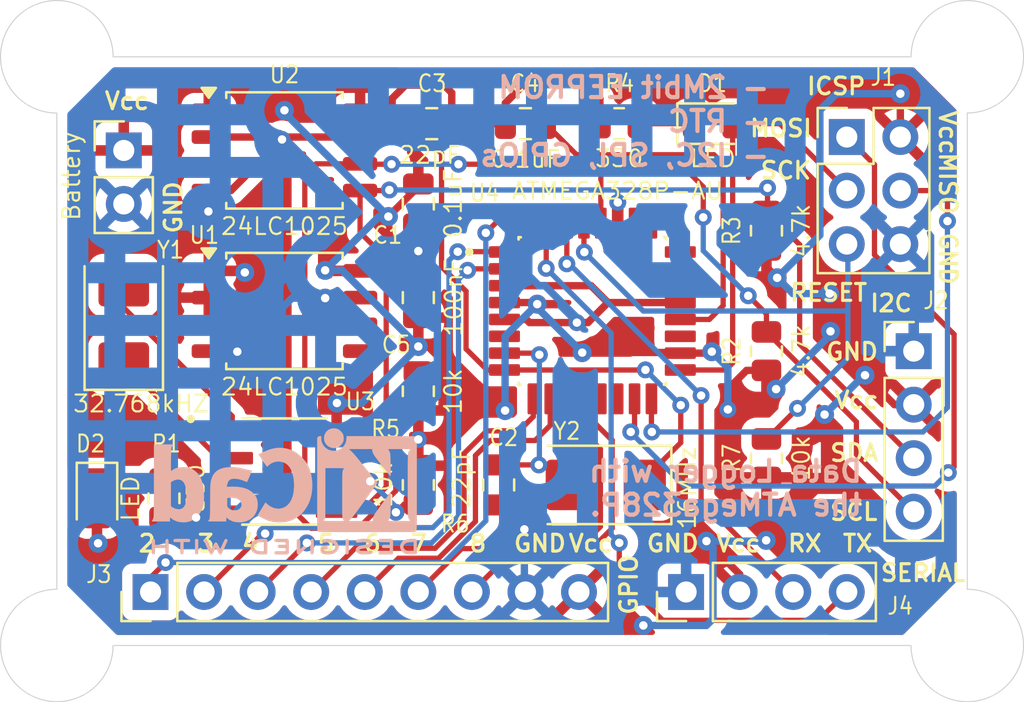
<source format=kicad_pcb>
(kicad_pcb (version 20241229) (generator "pcbnew") (generator_version "9.0")
  (title_block (title "${project_name}") (date "2025-11-03") (rev "1") (company "Mad Tech T") (comment 1 "2 Layer PCB"))
  (layers (0 "F.Cu" mixed) (2 "B.Cu" mixed) (13 "F.Paste" user) (15 "B.Paste" user) (5 "F.SilkS" user "F.Silkscreen") (7 "B.SilkS" user "B.Silkscreen") (1 "F.Mask" user) (3 "B.Mask" user) (25 "Edge.Cuts" user))
  (property "project_name" "MCU Datalogger with Memory and Clock")
  (net 0 "")
  (net 1 "/Vcc")
  (net 2 "GND")
  (net 3 "Net-(U4-PB6)")
  (net 4 "Net-(U4-PB7)")
  (net 5 "Net-(U4-AREF)")
  (net 6 "/SCK")
  (net 7 "Net-(D1-K)")
  (net 8 "Net-(D2-K)")
  (net 9 "/MISO")
  (net 10 "/MOSI")
  (net 11 "/RESET")
  (net 12 "/SDA")
  (net 13 "/SCL")
  (net 14 "/D3")
  (net 15 "/D2")
  (net 16 "/D4")
  (net 17 "/D7")
  (net 18 "/D5")
  (net 19 "/D8")
  (net 20 "/D6")
  (net 21 "/RX")
  (net 22 "/TX")
  (net 23 "Net-(U3-~{INTA})")
  (net 24 "Net-(U3-SQW{slash}~INT)")
  (net 25 "Net-(U3-X1)")
  (net 26 "Net-(U3-X2)")
  (footprint "Capacitor_SMD:C_0805_2012Metric" (layer "F.Cu") (at 125.73 80.01)
    (property "Reference" "C4")
    (property "Value" "0.1uF")
  )
  (footprint "MCU_Datalogger_Footprints:QFP80P900X900X120-32N" (layer "F.Cu") (at 128.905 88.9)
    (property "Reference" "U4")
    (property "Value" "ATMEGA328P-AU")
  )
  (footprint "Connector_PinHeader_2.54mm:PinHeader_1x04_P2.54mm_Vertical" (layer "F.Cu") (at 133.35 102.235 90)
    (property "Reference" "J4")
    (property "Value" "Conn_01x04_Pin" (hide yes))
  )
  (footprint "Connector_PinHeader_2.54mm:PinHeader_1x09_P2.54mm_Vertical" (layer "F.Cu") (at 107.95 102.235 90)
    (property "Reference" "J3")
    (property "Value" "Conn_01x09_Pin" (hide yes))
  )
  (footprint "Connector_PinHeader_2.54mm:PinHeader_1x04_P2.54mm_Vertical" (layer "F.Cu") (at 144.145 90.805)
    (property "Reference" "J2")
    (property "Value" "Conn_01x04_Pin" (hide yes))
  )
  (footprint "Resistor_SMD:R_0805_2012Metric" (layer "F.Cu") (at 130.175 80.01)
    (property "Reference" "R4")
    (property "Value" "330")
  )
  (footprint "LED_SMD:LED_0805_2012Metric" (layer "F.Cu") (at 105.41 97.79 -90)
    (property "Reference" "D2")
    (property "Value" "LED")
  )
  (footprint "Resistor_SMD:R_0805_2012Metric" (layer "F.Cu") (at 120.65 97.155 -90)
    (property "Reference" "R6")
    (property "Value" "10k")
  )
  (footprint "Resistor_SMD:R_0805_2012Metric" (layer "F.Cu") (at 137.16 95.885 90)
    (property "Reference" "R7")
    (property "Value" "10k")
  )
  (footprint "Connector_PinHeader_2.54mm:PinHeader_2x03_P2.54mm_Vertical" (layer "F.Cu") (at 140.97 80.645)
    (property "Reference" "J1")
    (property "Value" "Conn_02x03_Odd_Even" (hide yes))
  )
  (footprint "Connector_PinHeader_2.54mm:PinHeader_1x02_P2.54mm_Vertical" (layer "F.Cu") (at 106.68 81.28)
    (property "Reference" "BT1" (hide yes))
    (property "Value" "Battery")
  )
  (footprint "MountingHole:MountingHole_2.1mm" (layer "F.Cu") (at 146.685 104.775)
    (property "Reference" "H3" (hide yes))
    (property "Value" "MountingHole" (hide yes))
  )
  (footprint "MountingHole:MountingHole_2.1mm" (layer "F.Cu") (at 103.505 104.775)
    (property "Reference" "H4" (hide yes))
    (property "Value" "MountingHole" (hide yes))
  )
  (footprint "Capacitor_SMD:C_0805_2012Metric" (layer "F.Cu") (at 121.285 80.01 180)
    (property "Reference" "C3")
    (property "Value" "22pF")
  )
  (footprint "Resistor_SMD:R_0805_2012Metric" (layer "F.Cu") (at 108.585 97.79 -90)
    (property "Reference" "R1")
    (property "Value" "330")
  )
  (footprint "MCU_Datalogger_Footprints:SOIC127P600X175-8N" (layer "F.Cu") (at 114.3 96.52)
    (property "Reference" "U3")
    (property "Value" "DS1337S_" (hide yes))
  )
  (footprint "Capacitor_SMD:C_0805_2012Metric" (layer "F.Cu") (at 120.65 83.82 -90)
    (property "Reference" "C1")
    (property "Value" "0.1uF")
  )
  (footprint "Crystal:Crystal_SMD_5032-2Pin_5.0x3.2mm" (layer "F.Cu") (at 106.68 89.535 90)
    (property "Reference" "Y1")
    (property "Value" "32.768kHZ")
  )
  (footprint "LED_SMD:LED_0805_2012Metric" (layer "F.Cu") (at 134.62 80.01)
    (property "Reference" "D1")
    (property "Value" "LED")
  )
  (footprint "Capacitor_SMD:C_0805_2012Metric" (layer "F.Cu") (at 120.65 88.265 90)
    (property "Reference" "C5")
    (property "Value" "100nF")
  )
  (footprint "Package_SO:SOIC-8_5.3x5.3mm_P1.27mm" (layer "F.Cu") (at 114.3 81.28)
    (property "Reference" "U2")
    (property "Value" "24LC1025")
  )
  (footprint "Resistor_SMD:R_0805_2012Metric" (layer "F.Cu") (at 137.16 85.09 90)
    (property "Reference" "R3")
    (property "Value" "4.7k")
  )
  (footprint "MountingHole:MountingHole_2.1mm" (layer "F.Cu") (at 146.685 76.835)
    (property "Reference" "H2" (hide yes))
    (property "Value" "MountingHole" (hide yes))
  )
  (footprint "Resistor_SMD:R_0805_2012Metric" (layer "F.Cu") (at 120.65 92.71 90)
    (property "Reference" "R5")
    (property "Value" "10k")
  )
  (footprint "Package_SO:SOIC-8_5.3x5.3mm_P1.27mm" (layer "F.Cu") (at 114.3 88.9)
    (property "Reference" "U1")
    (property "Value" "24LC1025")
  )
  (footprint "Crystal:Crystal_SMD_5032-2Pin_5.0x3.2mm" (layer "F.Cu") (at 129.54 97.155 180)
    (property "Reference" "Y2")
    (property "Value" "16MHz")
  )
  (footprint "Resistor_SMD:R_0805_2012Metric" (layer "F.Cu") (at 137.16 90.805 90)
    (property "Reference" "R2")
    (property "Value" "4.7k")
  )
  (footprint "MountingHole:MountingHole_2.1mm" (layer "F.Cu") (at 103.505 76.835)
    (property "Reference" "H1" (hide yes))
    (property "Value" "MountingHole" (hide yes))
  )
  (footprint "Capacitor_SMD:C_0805_2012Metric" (layer "F.Cu") (at 124.46 97.155 90)
    (property "Reference" "C2")
    (property "Value" "22pF")
  )
  (footprint "Symbol:KiCad-Logo2_5mm_SilkScreen" (layer "B.Cu") (at 114.3 97.45 180)
    (property "Reference" "REF**" (hide yes))
    (property "Value" "KiCad-Logo2_5mm_SilkScreen" (hide yes))
  )
  (gr_arc (start 103.505 79.505022) (mid 101.617009 74.947009) (end 106.175022 76.835) (stroke (width 0.05)) (layer "Edge.Cuts"))
  (gr_arc (start 144.018 76.835) (mid 148.570854 74.949146) (end 146.685 79.502) (stroke (width 0.05)) (layer "Edge.Cuts"))
  (gr_line (start 146.685 102.108) (end 146.685 79.502) (stroke (width 0.05)) (layer "Edge.Cuts"))
  (gr_line (start 103.505 79.505022) (end 103.505 102.108) (stroke (width 0.05)) (layer "Edge.Cuts"))
  (gr_line (start 144.018 76.835) (end 106.172 76.835) (stroke (width 0.05)) (layer "Edge.Cuts"))
  (gr_line (start 106.172 104.775) (end 144.018 104.775) (stroke (width 0.05)) (layer "Edge.Cuts"))
  (gr_arc (start 106.172 104.775) (mid 101.619146 106.660854) (end 103.505 102.108) (stroke (width 0.05)) (layer "Edge.Cuts"))
  (gr_arc (start 146.685 102.108) (mid 148.570854 106.660854) (end 144.018 104.775) (stroke (width 0.05)) (layer "Edge.Cuts"))
  (gr_text "I2C" (at 142 89 0) (layer "F.SilkS") (effects (font (size 0.8 0.8) (thickness 0.15) (bold yes)) (justify left bottom)))
  (gr_text "SDA" (at 140.1 96.1 0) (layer "F.SilkS") (effects (font (size 0.8 0.8) (thickness 0.15) (bold yes)) (justify left bottom)))
  (gr_text "RX\n" (at 138.1 100.4 0) (layer "F.SilkS") (effects (font (size 0.8 0.8) (thickness 0.15) (bold yes)) (justify left bottom)))
  (gr_text "GND" (at 139.9 91.3 0) (layer "F.SilkS") (effects (font (size 0.8 0.8) (thickness 0.15) (bold yes)) (justify left bottom)))
  (gr_text "GND" (at 145.3 85.1 270) (layer "F.SilkS") (effects (font (size 0.8 0.8) (thickness 0.15) (bold yes)) (justify left bottom)))
  (gr_text "GND" (at 131.4 100.4 0) (layer "F.SilkS") (effects (font (size 0.8 0.8) (thickness 0.15) (bold yes)) (justify left bottom)))
  (gr_text "GPIO" (at 131.1 103.4 90) (layer "F.SilkS") (effects (font (size 0.8 0.8) (thickness 0.15) (bold yes)) (justify left bottom)))
  (gr_text "5" (at 115.8 100.4 0) (layer "F.SilkS") (effects (font (size 0.8 0.8) (thickness 0.15) (bold yes)) (justify left bottom)))
  (gr_text "GND" (at 109.5 85.3 90) (layer "F.SilkS") (effects (font (size 0.8 0.8) (thickness 0.15) (bold yes)) (justify left bottom)))
  (gr_text "SCK" (at 136.8 82.7 0) (layer "F.SilkS") (effects (font (size 0.8 0.8) (thickness 0.15) (bold yes)) (justify left bottom)))
  (gr_text "MISO" (at 145.3 81.3 270) (layer "F.SilkS") (effects (font (size 0.8 0.8) (thickness 0.15) (bold yes)) (justify left bottom)))
  (gr_text "8" (at 123 100.4 0) (layer "F.SilkS") (effects (font (size 0.8 0.8) (thickness 0.15) (bold yes)) (justify left bottom)))
  (gr_text "GND" (at 125.1 100.4 0) (layer "F.SilkS") (effects (font (size 0.8 0.8) (thickness 0.15) (bold yes)) (justify left bottom)))
  (gr_text "Vcc" (at 140.3 93.6 0) (layer "F.SilkS") (effects (font (size 0.8 0.8) (thickness 0.15) (bold yes)) (justify left bottom)))
  (gr_text "Vcc" (at 105.7 79.4 0) (layer "F.SilkS") (effects (font (size 0.8 0.8) (thickness 0.15) (bold yes)) (justify left bottom)))
  (gr_text "Vcc" (at 127.7 100.4 0) (layer "F.SilkS") (effects (font (size 0.8 0.8) (thickness 0.15) (bold yes)) (justify left bottom)))
  (gr_text "MOSI" (at 136.3 80.7 0) (layer "F.SilkS") (effects (font (size 0.8 0.8) (thickness 0.15) (bold yes)) (justify left bottom)))
  (gr_text "RESET" (at 138.2 88.5 0) (layer "F.SilkS") (effects (font (size 0.8 0.8) (thickness 0.15) (bold yes)) (justify left bottom)))
  (gr_text "3" (at 110.1 100.4 0) (layer "F.SilkS") (effects (font (size 0.8 0.8) (thickness 0.15) (bold yes)) (justify left bottom)))
  (gr_text "6" (at 118 100.4 0) (layer "F.SilkS") (effects (font (size 0.8 0.8) (thickness 0.15) (bold yes)) (justify left bottom)))
  (gr_text "TX" (at 140.7 100.4 0) (layer "F.SilkS") (effects (font (size 0.8 0.8) (thickness 0.15) (bold yes)) (justify left bottom)))
  (gr_text "7" (at 120.2 100.4 0) (layer "F.SilkS") (effects (font (size 0.8 0.8) (thickness 0.15) (bold yes)) (justify left bottom)))
  (gr_text "4" (at 112.2 100.4 0) (layer "F.SilkS") (effects (font (size 0.8 0.8) (thickness 0.15) (bold yes)) (justify left bottom)))
  (gr_text "SCL" (at 140.1 98.9 0) (layer "F.SilkS") (effects (font (size 0.8 0.8) (thickness 0.15) (bold yes)) (justify left bottom)))
  (gr_text "ICSP" (at 139 78.7 0) (layer "F.SilkS") (effects (font (size 0.8 0.8) (thickness 0.15) (bold yes)) (justify left bottom)))
  (gr_text "Vcc" (at 134.7 100.4 0) (layer "F.SilkS") (effects (font (size 0.8 0.8) (thickness 0.15) (bold yes)) (justify left bottom)))
  (gr_text "SERIAL" (at 142.5 101.8 0) (layer "F.SilkS") (effects (font (size 0.8 0.8) (thickness 0.15) (bold yes)) (justify left bottom)))
  (gr_text "2" (at 107.3 100.4 0) (layer "F.SilkS") (effects (font (size 0.8 0.8) (thickness 0.15) (bold yes)) (justify left bottom)))
  (gr_text "Vcc\n" (at 145.3 79.3 270) (layer "F.SilkS") (effects (font (size 0.8 0.8) (thickness 0.15) (bold yes)) (justify left bottom)))
  (gr_text "Data Logger with\nthe ATMega328P." (at 141.8 98.7 0) (layer "B.SilkS") (effects (font (size 1 1) (thickness 0.2) (bold yes)) (justify left bottom mirror)))
  (gr_text "- 2Mbit EEPROM\n- RTC\n- I2C, SPI, GPIOs" (at 137.4 82.1 0) (layer "B.SilkS") (effects (font (size 1 1) (thickness 0.2) (bold yes)) (justify left bottom mirror)))
  (segment (start 135.89 102.235) (end 135.89 101.3968) (width 0.35) (layer "F.Cu") (net 1))
  (segment (start 137.16 92.1512) (end 137.6172 92.6084) (width 0.35) (layer "F.Cu") (net 1))
  (segment (start 116.775 93.283) (end 116.7892 93.2688) (width 0.35) (layer "F.Cu") (net 1))
  (segment (start 123.8758 93.6225) (end 121.793 93.6225) (width 0.35) (layer "F.Cu") (net 1))
  (segment (start 134.4996 90.9) (end 134.5692 90.8304) (width 0.35) (layer "F.Cu") (net 1))
  (segment (start 140.1958 89.8652) (end 140.1958 88.1136) (width 0.35) (layer "F.Cu") (net 1))
  (segment (start 120.65 96.2425) (end 120.65 94.996) (width 0.35) (layer "F.Cu") (net 1))
  (segment (start 105.41 98.7275) (end 105.41 99.8728) (width 0.35) (layer "F.Cu") (net 1))
  (segment (start 124.0555 93.6225) (end 123.8758 93.6225) (width 0.35) (layer "F.Cu") (net 1))
  (segment (start 120.65 82.99779) (end 119.229227 84.418563) (width 0.35) (layer "F.Cu") (net 1))
  (segment (start 120.65 82.87) (end 120.65 82.99779) (width 0.35) (layer "F.Cu") (net 1))
  (segment (start 135.3312 93.5736) (end 135.3312 92.6084) (width 0.35) (layer "F.Cu") (net 1))
  (segment (start 126.2138 88.5) (end 126.2888 88.575) (width 0.35) (layer "F.Cu") (net 1))
  (segment (start 130.6068 90.868) (end 128.4294 90.868) (width 0.35) (layer "F.Cu") (net 1))
  (segment (start 139.916175 93.8154) (end 139.916175 97.015025) (width 0.35) (layer "F.Cu") (net 1))
  (segment (start 116.2558 86.995) (end 116.2304 86.9696) (width 0.35) (layer "F.Cu") (net 1))
  (segment (start 110.7125 86.995) (end 112.3442 86.995) (width 0.35) (layer "F.Cu") (net 1))
  (segment (start 124.7648 93.6244) (end 123.8777 93.6244) (width 0.35) (layer "F.Cu") (net 1))
  (segment (start 135.3312 96.266) (end 135.3312 93.5736) (width 0.35) (layer "F.Cu") (net 1))
  (segment (start 124.735 88.5) (end 126.2138 88.5) (width 0.35) (layer "F.Cu") (net 1))
  (segment (start 110.7125 89.535) (end 110.7125 88.265) (width 0.35) (layer "F.Cu") (net 1))
  (segment (start 130.401392 90.868) (end 130.394392 90.875) (width 0.35) (layer "F.Cu") (net 1))
  (segment (start 137.16 91.7175) (end 137.16 92.1512) (width 0.35) (layer "F.Cu") (net 1))
  (segment (start 139.916175 97.015025) (end 137.146464 99.784736) (width 0.35) (layer "F.Cu") (net 1))
  (segment (start 135.8627 96.7975) (end 135.3312 96.266) (width 0.35) (layer "F.Cu") (net 1))
  (segment (start 129.86 103.825) (end 131.321275 103.825) (width 0.35) (layer "F.Cu") (net 1))
  (segment (start 121.112936 90.585) (end 121.776 91.248064) (width 0.35) (layer "F.Cu") (net 1))
  (segment (start 110.7125 79.375) (end 114.3 79.375) (width 0.35) (layer "F.Cu") (net 1))
  (segment (start 128.4294 90.868) (end 128.4224 90.875) (width 0.35) (layer "F.Cu") (net 1))
  (segment (start 143.51 78.5876) (end 143.51 80.645) (width 0.35) (layer "F.Cu") (net 1))
  (segment (start 137.16 86.0025) (end 137.16 86.8172) (width 0.35) (layer "F.Cu") (net 1))
  (segment (start 121.776 93.6055) (end 121.793 93.6225) (width 0.35) (layer "F.Cu") (net 1))
  (segment (start 143.2306 93.345) (end 141.8336 91.948) (width 0.35) (layer "F.Cu") (net 1))
  (segment (start 135.3312 92.6084) (end 136.2221 91.7175) (width 0.35) (layer "F.Cu") (net 1))
  (segment (start 137.16 96.7975) (end 135.8627 96.7975) (width 0.35) (layer "F.Cu") (net 1))
  (segment (start 133.043 90.868) (end 130.6068 90.868) (width 0.35) (layer "F.Cu") (net 1))
  (segment (start 121.776 91.248064) (end 121.776 91.4654) (width 0.35) (layer "F.Cu") (net 1))
  (segment (start 110.7125 81.915) (end 109.4994 81.915) (width 0.35) (layer "F.Cu") (net 1))
  (segment (start 117.8875 86.995) (end 116.2558 86.995) (width 0.35) (layer "F.Cu") (net 1))
  (segment (start 116.775 94.615) (end 116.775 93.283) (width 0.35) (layer "F.Cu") (net 1))
  (segment (start 136.2221 91.7175) (end 137.16 91.7175) (width 0.35) (layer "F.Cu") (net 1))
  (segment (start 137.16 86.8172) (end 137.668 87.3252) (width 0.35) (layer "F.Cu") (net 1))
  (segment (start 114.3 79.375) (end 117.8875 79.375) (width 0.35) (layer "F.Cu") (net 1))
  (segment (start 109.22 81.6356) (end 109.22 79.6544) (width 0.35) (layer "F.Cu") (net 1))
  (segment (start 109.4994 81.915) (end 109.22 81.6356) (width 0.35) (layer "F.Cu") (net 1))
  (segment (start 120.65 90.585) (end 121.112936 90.585) (width 0.35) (layer "F.Cu") (net 1))
  (segment (start 120.65 94.996) (end 120.65 93.6225) (width 0.35) (layer "F.Cu") (net 1))
  (segment (start 121.776 91.248064) (end 121.776 93.6055) (width 0.35) (layer "F.Cu") (net 1))
  (segment (start 109.4994 79.375) (end 110.7125 79.375) (width 0.35) (layer "F.Cu") (net 1))
  (segment (start 140.1958 88.1136) (end 140.1572 88.075) (width 0.35) (layer "F.Cu") (net 1))
  (segment (start 110.7125 86.995) (end 110.7125 88.265) (width 0.35) (layer "F.Cu") (net 1))
  (segment (start 135.89 101.3968) (end 134.3152 99.822) (width 0.35) (layer "F.Cu") (net 1))
  (segment (start 130.6068 90.868) (end 130.401392 90.868) (width 0.35) (layer "F.Cu") (net 1))
  (segment (start 112.3442 86.995) (end 112.4204 87.0712) (width 0.35) (layer "F.Cu") (net 1))
  (segment (start 137.146464 96.811036) (end 137.16 96.7975) (width 0.35) (layer "F.Cu") (net 1))
  (segment (start 109.22 79.6544) (end 109.4994 79.375) (width 0.35) (layer "F.Cu") (net 1))
  (segment (start 144.145 93.345) (end 143.2306 93.345) (width 0.35) (layer "F.Cu") (net 1))
  (segment (start 105.41 99.8728) (end 105.4608 99.9236) (width 0.35) (layer "F.Cu") (net 1))
  (segment (start 133.075 90.9) (end 133.043 90.868) (width 0.35) (layer "F.Cu") (net 1))
  (segment (start 137.146464 99.784736) (end 137.146464 96.811036) (width 0.35) (layer "F.Cu") (net 1))
  (segment (start 121.793 93.6225) (end 120.65 93.6225) (width 0.35) (layer "F.Cu") (net 1))
  (segment (start 128.27 102.235) (end 129.86 103.825) (width 0.35) (layer "F.Cu") (net 1))
  (segment (start 133.075 90.9) (end 134.4996 90.9) (width 0.35) (layer "F.Cu") (net 1))
  (segment (start 123.8777 93.6244) (end 123.8758 93.6225) (width 0.35) (layer "F.Cu") (net 1))
  (via (at 140.1958 89.8652) (size 0.9) (drill 0.4) (layers "F.Cu" "B.Cu") (net 1))
  (via (at 119.229227 84.418563) (size 0.9) (drill 0.4) (layers "F.Cu" "B.Cu") (net 1))
  (via (at 128.4224 90.875) (size 0.9) (drill 0.4) (layers "F.Cu" "B.Cu") (net 1))
  (via (at 112.4204 87.0712) (size 0.9) (drill 0.4) (layers "F.Cu" "B.Cu") (net 1))
  (via (at 126.2888 88.575) (size 0.9) (drill 0.4) (layers "F.Cu" "B.Cu") (net 1))
  (via (at 134.3152 99.822) (size 0.9) (drill 0.4) (layers "F.Cu" "B.Cu") (net 1))
  (via (at 137.146464 99.784736) (size 0.9) (drill 0.4) (layers "F.Cu" "B.Cu") (net 1))
  (via (at 120.65 94.996) (size 0.8) (drill 0.4) (layers "F.Cu" "B.Cu") (net 1))
  (via (at 134.5692 90.8304) (size 0.9) (drill 0.4) (layers "F.Cu" "B.Cu") (net 1))
  (via (at 116.2304 86.9696) (size 0.9) (drill 0.4) (layers "F.Cu" "B.Cu") (net 1))
  (via (at 143.51 78.5876) (size 0.9) (drill 0.4) (layers "F.Cu" "B.Cu") (net 1))
  (via (at 105.4608 99.9236) (size 0.9) (drill 0.4) (layers "F.Cu" "B.Cu") (net 1))
  (via (at 141.8336 91.948) (size 0.9) (drill 0.4) (layers "F.Cu" "B.Cu") (net 1))
  (via (at 137.6172 92.6084) (size 0.9) (drill 0.4) (layers "F.Cu" "B.Cu") (net 1))
  (via (at 140.1572 88.075) (size 0.9) (drill 0.4) (layers "F.Cu" "B.Cu") (net 1))
  (via (at 131.321275 103.825) (size 0.9) (drill 0.4) (layers "F.Cu" "B.Cu") (net 1))
  (via (at 114.3 79.375) (size 0.9) (drill 0.4) (layers "F.Cu" "B.Cu") (net 1))
  (via (at 137.668 87.3252) (size 0.9) (drill 0.4) (layers "F.Cu" "B.Cu") (net 1))
  (via (at 139.916175 93.8154) (size 0.9) (drill 0.4) (layers "F.Cu" "B.Cu") (net 1))
  (via (at 135.3312 93.5736) (size 0.8) (drill 0.4) (layers "F.Cu" "B.Cu") (net 1))
  (via (at 116.7892 93.2688) (size 0.9) (drill 0.4) (layers "F.Cu" "B.Cu") (net 1))
  (via (at 120.65 90.585) (size 0.9) (drill 0.4) (layers "F.Cu" "B.Cu") (net 1))
  (via (at 124.7648 93.6244) (size 0.9) (drill 0.4) (layers "F.Cu" "B.Cu") (net 1))
  (segment (start 139.694 79.369) (end 140.4754 78.5876) (width 0.35) (layer "B.Cu") (net 1))
  (segment (start 126.2888 88.7414) (end 126.2888 88.575) (width 0.35) (layer "B.Cu") (net 1))
  (segment (start 124.7648 93.472) (end 124.7648 93.6244) (width 0.35) (layer "B.Cu") (net 1))
  (segment (start 139.694 85.2992) (end 139.694 79.369) (width 0.35) (layer "B.Cu") (net 1))
  (segment (start 141.783575 91.948) (end 139.916175 93.8154) (width 0.35) (layer "B.Cu") (net 1))
  (segment (start 119.229227 84.418563) (end 114.3 79.489336) (width 0.35) (layer "B.Cu") (net 1))
  (segment (start 140.4754 78.5876) (end 143.51 78.5876) (width 0.35) (layer "B.Cu") (net 1))
  (segment (start 124.7648 90.099) (end 126.2888 88.575) (width 0.35) (layer "B.Cu") (net 1))
  (segment (start 135.3312 91.5924) (end 135.3312 93.5736) (width 0.35) (layer "B.Cu") (net 1))
  (segment (start 124.7648 93.472) (end 124.7648 90.099) (width 0.35) (layer "B.Cu") (net 1))
  (segment (start 134.5692 90.8304) (end 135.3312 91.5924) (width 0.35) (layer "B.Cu") (net 1))
  (segment (start 140.1572 88.075) (end 138.4178 88.075) (width 0.35) (layer "B.Cu") (net 1))
  (segment (start 128.4224 90.875) (end 126.2888 88.7414) (width 0.35) (layer "B.Cu") (net 1))
  (segment (start 141.8336 91.948) (end 141.783575 91.948) (width 0.35) (layer "B.Cu") (net 1))
  (segment (start 118.781437 84.418563) (end 119.229227 84.418563) (width 0.35) (layer "B.Cu") (net 1))
  (segment (start 116.7892 93.2688) (end 117.9662 93.2688) (width 0.35) (layer "B.Cu") (net 1))
  (segment (start 116.2304 86.9696) (end 117.0346 86.9696) (width 0.35) (layer "B.Cu") (net 1))
  (segment (start 140.1958 90.0298) (end 140.1958 89.8652) (width 0.35) (layer "B.Cu") (net 1))
  (segment (start 114.3 79.489336) (end 114.3 79.375) (width 0.35) (layer "B.Cu") (net 1))
  (segment (start 137.6172 92.6084) (end 140.1958 90.0298) (width 0.35) (layer "B.Cu") (net 1))
  (segment (start 117.9662 93.2688) (end 120.65 90.585) (width 0.35) (layer "B.Cu") (net 1))
  (segment (start 134.626 100.1328) (end 134.3152 99.822) (width 0.35) (layer "B.Cu") (net 1))
  (segment (start 134.3152 99.822) (end 137.1092 99.822) (width 0.35) (layer "B.Cu") (net 1))
  (segment (start 137.668 87.3252) (end 139.694 85.2992) (width 0.35) (layer "B.Cu") (net 1))
  (segment (start 134.626 103.511) (end 134.626 100.1328) (width 0.35) (layer "B.Cu") (net 1))
  (segment (start 131.321275 103.825) (end 134.312 103.825) (width 0.35) (layer "B.Cu") (net 1))
  (segment (start 117.0346 86.9696) (end 120.65 90.585) (width 0.35) (layer "B.Cu") (net 1))
  (segment (start 138.4178 88.075) (end 137.668 87.3252) (width 0.35) (layer "B.Cu") (net 1))
  (segment (start 134.312 103.825) (end 134.626 103.511) (width 0.35) (layer "B.Cu") (net 1))
  (segment (start 116.2304 86.9696) (end 118.781437 84.418563) (width 0.35) (layer "B.Cu") (net 1))
  (segment (start 137.1092 99.822) (end 137.146464 99.784736) (width 0.35) (layer "B.Cu") (net 1))
  (segment (start 124.78 79.0296) (end 124.78 80.01) (width 0.35) (layer "F.Cu") (net 2))
  (segment (start 110.7125 84.1563) (end 110.6932 84.1756) (width 0.35) (layer "F.Cu") (net 2))
  (segment (start 129.2625 78.8181) (end 129.2625 80.01) (width 0.35) (layer "F.Cu") (net 2))
  (segment (start 128.6906 89.451) (end 128.7558 89.3858) (width 0.35) (layer "F.Cu") (net 2))
  (segment (start 122.235 80.01) (end 124.78 80.01) (width 0.35) (layer "F.Cu") (net 2))
  (segment (start 129.6416 88.5) (end 133.075 88.5) (width 0.35) (layer "F.Cu") (net 2))
  (segment (start 125.774948 89.3) (end 125.925948 89.451) (width 0.35) (layer "F.Cu") (net 2))
  (segment (start 117.8875 88.265) (end 116.2558 88.265) (width 0.35) (layer "F.Cu") (net 2))
  (segment (start 110.7125 83.185) (end 111.76 83.185) (width 0.35) (layer "F.Cu") (net 2))
  (segment (start 118.699999 80.645) (end 119.409 79.935999) (width 0.35) (layer "F.Cu") (net 2))
  (segment (start 116.2558 88.265) (end 116.2304 88.2904) (width 0.35) (layer "F.Cu") (net 2))
  (segment (start 128.8416 87.7) (end 129.6416 88.5) (width 0.35) (layer "F.Cu") (net 2))
  (segment (start 122.235 78.547) (end 122.235 80.01) (width 0.35) (layer "F.Cu") (net 2))
  (segment (start 109.855 98.7025) (end 110.109 98.7025) (width 0.35) (layer "F.Cu") (net 2))
  (segment (start 124.735 89.3) (end 125.774948 89.3) (width 0.35) (layer "F.Cu") (net 2))
  (segment (start 114.1857 80.7593) (end 114.3 80.645) (width 0.35) (layer "F.Cu") (net 2))
  (segment (start 124.521 98.105) (end 125.6792 99.2632) (width 0.35) (layer "F.Cu") (net 2))
  (segment (start 110.7125 80.645) (end 114.3 80.645) (width 0.35) (layer "F.Cu") (net 2))
  (segment (start 110.109 98.7025) (end 111.5475 98.7025) (width 0.35) (layer "F.Cu") (net 2))
  (segment (start 124.46 98.105) (end 124.521 98.105) (width 0.35) (layer "F.Cu") (net 2))
  (segment (start 119.409 79.935999) (end 119.409 78.8126) (width 0.35) (layer "F.Cu") (net 2))
  (segment (start 110.7125 83.185) (end 110.7125 84.1563) (width 0.35) (layer "F.Cu") (net 2))
  (segment (start 117.8875 80.645) (end 118.699999 80.645) (width 0.35) (layer "F.Cu") (net 2))
  (segment (start 128.1684 89.451) (end 128.6906 89.451) (width 0.35) (layer "F.Cu") (net 2))
  (segment (start 111.5475 98.7025) (end 111.825 98.425) (width 0.35) (layer "F.Cu") (net 2))
  (segment (start 128.7558 89.3858) (end 129.6416 88.5) (width 0.35) (layer "F.Cu") (net 2))
  (segment (start 111.76 83.185) (end 114.1857 80.7593) (width 0.35) (layer "F.Cu") (net 2))
  (segment (start 128.5748 78.1304) (end 129.2625 78.8181) (width 0.35) (layer "F.Cu") (net 2))
  (segment (start 110.7125 90.805) (end 112.0394 90.805) (width 0.35) (layer "F.Cu") (net 2))
  (segment (start 125.925948 89.451) (end 128.1684 89.451) (width 0.35) (layer "F.Cu") (net 2))
  (segment (start 119.409 78.8126) (end 120.0404 78.1812) (width 0.35) (layer "F.Cu") (net 2))
  (segment (start 125.6792 78.1304) (end 128.5748 78.1304) (width 0.35) (layer "F.Cu") (net 2))
  (segment (start 121.8692 78.1812) (end 122.235 78.547) (width 0.35) (layer "F.Cu") (net 2))
  (segment (start 120.0404 78.1812) (end 121.8692 78.1812) (width 0.35) (layer "F.Cu") (net 2))
  (segment (start 120.65 84.77) (end 120.65 86.0552) (width 0.35) (layer "F.Cu") (net 2))
  (segment (start 114.3 80.645) (end 117.8875 80.645) (width 0.35) (layer "F.Cu") (net 2))
  (segment (start 112.0394 90.805) (end 112.0648 90.8304) (width 0.35) (layer "F.Cu") (net 2))
  (segment (start 108.585 98.7025) (end 109.855 98.7025) (width 0.35) (layer "F.Cu") (net 2))
  (segment (start 125.6792 78.1304) (end 124.78 79.0296) (width 0.35) (layer "F.Cu") (net 2))
  (segment (start 120.65 87.315) (end 120.65 86.0552) (width 0.35) (layer "F.Cu") (net 2))
  (segment (start 124.735 87.7) (end 128.8416 87.7) (width 0.35) (layer "F.Cu") (net 2))
  (via (at 112.0648 90.8304) (size 0.9) (drill 0.4) (layers "F.Cu" "B.Cu") (net 2))
  (via (at 116.2304 88.2904) (size 0.9) (drill 0.4) (layers "F.Cu" "B.Cu") (net 2))
  (via (at 110.6932 84.1756) (size 0.9) (drill 0.4) (layers "F.Cu" "B.Cu") (net 2))
  (via (at 125.6792 99.2632) (size 0.9) (drill 0.4) (layers "F.Cu" "B.Cu") (net 2))
  (via (at 128.1684 89.451) (size 0.8) (drill 0.4) (layers "F.Cu" "B.Cu") (net 2))
  (via (at 120.65 86.0552) (size 0.9) (drill 0.4) (layers "F.Cu" "B.Cu") (net 2))
  (via (at 114.1857 80.7593) (size 0.8) (drill 0.4) (layers "F.Cu" "B.Cu") (net 2))
  (via (at 110.109 98.7025) (size 0.8) (drill 0.4) (layers "F.Cu" "B.Cu") (net 2))
  (segment (start 125.6792 99.2632) (end 125.6792 102.1842) (width 0.35) (layer "B.Cu") (net 2))
  (segment (start 115.316 95.1992) (end 119.2784 95.1992) (width 0.35) (layer "B.Cu") (net 2))
  (segment (start 125.889178 87.217141) (end 126.371037 87.699) (width 0.35) (layer "B.Cu") (net 2))
  (segment (start 120.65 86.0552) (end 122.3396 84.3656) (width 0.35) (layer "B.Cu") (net 2))
  (segment (start 126.651652 87.699) (end 128.1684 89.215748) (width 0.35) (layer "B.Cu") (net 2))
  (segment (start 116.2304 88.2904) (end 114.6556 88.2904) (width 0.35) (layer "B.Cu") (net 2))
  (segment (start 121.553 86.9582) (end 120.65 86.0552) (width 0.35) (layer "B.Cu") (net 2))
  (segment (start 114.1984 94.0816) (end 115.316 95.1992) (width 0.35) (layer "B.Cu") (net 2))
  (segment (start 128.1684 89.215748) (end 128.1684 89.451) (width 0.35) (layer "B.Cu") (net 2))
  (segment (start 114.1984 88.7476) (end 114.1984 94.0816) (width 0.35) (layer "B.Cu") (net 2))
  (segment (start 119.2784 95.1992) (end 121.553 92.9246) (width 0.35) (layer "B.Cu") (net 2))
  (segment (start 122.3396 84.3656) (end 124.192541 84.3656) (width 0.35) (layer "B.Cu") (net 2))
  (segment (start 125.889178 86.062237) (end 125.889178 87.217141) (width 0.35) (layer "B.Cu") (net 2))
  (segment (start 126.371037 87.699) (end 126.651652 87.699) (width 0.35) (layer "B.Cu") (net 2))
  (segment (start 121.553 92.9246) (end 121.553 86.9582) (width 0.35) (layer "B.Cu") (net 2))
  (segment (start 125.6792 102.1842) (end 125.73 102.235) (width 0.35) (layer "B.Cu") (net 2))
  (segment (start 114.6556 88.2904) (end 114.1984 88.7476) (width 0.35) (layer "B.Cu") (net 2))
  (segment (start 124.192541 84.3656) (end 125.889178 86.062237) (width 0.35) (layer "B.Cu") (net 2))
  (segment (start 126.1044 90.9) (end 126.3904 91.186) (width 0.25) (layer "F.Cu") (net 3))
  (segment (start 124.46 96.205) (end 126.365 96.205) (width 0.25) (layer "F.Cu") (net 3))
  (segment (start 126.365 96.205) (end 126.74 96.205) (width 0.25) (layer "F.Cu") (net 3))
  (segment (start 126.3904 91.186) (end 126.3904 90.975) (width 0.25) (layer "F.Cu") (net 3))
  (segment (start 124.735 90.9) (end 126.1044 90.9) (width 0.25) (layer "F.Cu") (net 3))
  (segment (start 126.74 96.205) (end 127.69 97.155) (width 0.25) (layer "F.Cu") (net 3))
  (via (at 126.3904 90.975) (size 0.8) (drill 0.4) (layers "F.Cu" "B.Cu") (net 3))
  (via (at 126.365 96.205) (size 0.8) (drill 0.4) (layers "F.Cu" "B.Cu") (net 3))
  (segment (start 126.3904 96.1796) (end 126.365 96.205) (width 0.25) (layer "B.Cu") (net 3))
  (segment (start 126.3904 90.975) (end 126.3904 96.1796) (width 0.25) (layer "B.Cu") (net 3))
  (segment (start 124.735 91.7) (end 131.4136 91.7) (width 0.25) (layer "F.Cu") (net 4))
  (segment (start 122.914116 87.963716) (end 122.914116 90.699884) (width 0.25) (layer "F.Cu") (net 4))
  (segment (start 133.096 95.1484) (end 131.39 96.8544) (width 0.25) (layer "F.Cu") (net 4))
  (segment (start 131.4136 91.7) (end 131.4196 91.694) (width 0.25) (layer "F.Cu") (net 4))
  (segment (start 123.914232 91.7) (end 124.735 91.7) (width 0.25) (layer "F.Cu") (net 4))
  (segment (start 120.335 80.01) (end 121.751 81.426) (width 0.25) (layer "F.Cu") (net 4))
  (segment (start 133.096 93.3704) (end 133.096 95.1484) (width 0.25) (layer "F.Cu") (net 4))
  (segment (start 122.914116 90.699884) (end 123.914232 91.7) (width 0.25) (layer "F.Cu") (net 4))
  (segment (start 121.751 81.426) (end 121.751 86.8006) (width 0.25) (layer "F.Cu") (net 4))
  (segment (start 131.39 96.8544) (end 131.39 97.155) (width 0.25) (layer "F.Cu") (net 4))
  (segment (start 121.751 86.8006) (end 122.914116 87.963716) (width 0.25) (layer "F.Cu") (net 4))
  (via (at 131.4196 91.694) (size 0.8) (drill 0.4) (layers "F.Cu" "B.Cu") (net 4))
  (via (at 133.096 93.3704) (size 0.8) (drill 0.4) (layers "F.Cu" "B.Cu") (net 4))
  (segment (start 133.096 93.3704) (end 131.4196 91.694) (width 0.25) (layer "B.Cu") (net 4))
  (segment (start 126.68 80.01) (end 128.1532 81.4832) (width 0.25) (layer "F.Cu") (net 5))
  (segment (start 134.4525 89.3) (end 133.075 89.3) (width 0.25) (layer "F.Cu") (net 5))
  (segment (start 128.1532 81.4832) (end 134.6708 81.4832) (width 0.25) (layer "F.Cu") (net 5))
  (segment (start 135.1065 88.646) (end 134.4525 89.3) (width 0.25) (layer "F.Cu") (net 5))
  (segment (start 135.1065 81.9189) (end 135.1065 88.646) (width 0.25) (layer "F.Cu") (net 5))
  (segment (start 134.6708 81.4832) (end 135.1065 81.9189) (width 0.25) (layer "F.Cu") (net 5))
  (segment (start 135.2236 91.7) (end 133.075 91.7) (width 0.25) (layer "F.Cu") (net 6))
  (segment (start 135.5575 80.01) (end 135.5575 91.3661) (width 0.25) (layer "F.Cu") (net 6))
  (segment (start 135.5575 91.3661) (end 135.2236 91.7) (width 0.25) (layer "F.Cu") (net 6))
  (segment (start 135.5575 80.01) (end 137.795 80.01) (width 0.25) (layer "F.Cu") (net 6))
  (segment (start 137.795 80.01) (end 140.97 83.185) (width 0.25) (layer "F.Cu") (net 6))
  (segment (start 131.0875 80.01) (end 133.6825 80.01) (width 0.25) (layer "F.Cu") (net 7))
  (segment (start 105.435 96.8775) (end 105.41 96.8525) (width 0.25) (layer "F.Cu") (net 8))
  (segment (start 108.585 96.8775) (end 105.435 96.8775) (width 0.25) (layer "F.Cu") (net 8))
  (segment (start 145.3134 83.185) (end 143.51 83.185) (width 0.25) (layer "F.Cu") (net 9))
  (segment (start 131.705 94.621) (end 131.7244 94.6404) (width 0.25) (layer "F.Cu") (net 9))
  (segment (start 145.7452 83.6168) (end 145.3134 83.185) (width 0.25) (layer "F.Cu") (net 9))
  (segment (start 131.705 93.07) (end 131.705 94.621) (width 0.25) (layer "F.Cu") (net 9))
  (segment (start 145.7452 84.6328) (end 145.7452 83.6168) (width 0.25) (layer "F.Cu") (net 9))
  (via (at 131.7244 94.6404) (size 0.8) (drill 0.4) (layers "F.Cu" "B.Cu") (net 9))
  (via (at 145.7452 84.6328) (size 0.8) (drill 0.4) (layers "F.Cu" "B.Cu") (net 9))
  (segment (start 131.7244 94.6404) (end 144.583426 94.6404) (width 0.25) (layer "B.Cu") (net 9))
  (segment (start 145.7452 93.478626) (end 145.7452 84.6328) (width 0.25) (layer "B.Cu") (net 9))
  (segment (start 144.583426 94.6404) (end 145.7452 93.478626) (width 0.25) (layer "B.Cu") (net 9))
  (segment (start 130.905 93.07) (end 130.905 94.459797) (width 0.25) (layer "F.Cu") (net 10))
  (segment (start 130.905 94.459797) (end 130.724397 94.6404) (width 0.25) (layer "F.Cu") (net 10))
  (segment (start 145.785 96.5708) (end 146.059 96.2968) (width 0.25) (layer "F.Cu") (net 10))
  (segment (start 146.059 96.2968) (end 146.059 90.007826) (width 0.25) (layer "F.Cu") (net 10))
  (segment (start 142.284 86.232826) (end 145.991 89.939826) (width 0.25) (layer "F.Cu") (net 10))
  (segment (start 140.97 80.645) (end 142.284 81.959) (width 0.25) (layer "F.Cu") (net 10))
  (segment (start 142.284 81.959) (end 142.284 86.232826) (width 0.25) (layer "F.Cu") (net 10))
  (segment (start 146.059 90.007826) (end 145.991 89.939826) (width 0.25) (layer "F.Cu") (net 10))
  (via (at 130.724397 94.6404) (size 0.8) (drill 0.4) (layers "F.Cu" "B.Cu") (net 10))
  (via (at 145.785 96.5708) (size 0.8) (drill 0.4) (layers "F.Cu" "B.Cu") (net 10))
  (segment (start 130.724397 94.6404) (end 130.724397 94.667117) (width 0.25) (layer "B.Cu") (net 10))
  (segment (start 144.61 97.207) (end 145.1488 97.207) (width 0.25) (layer "B.Cu") (net 10))
  (segment (start 133.26428 97.207) (end 144.61 97.207) (width 0.25) (layer "B.Cu") (net 10))
  (segment (start 130.724397 94.667117) (end 133.26428 97.207) (width 0.25) (layer "B.Cu") (net 10))
  (segment (start 145.1488 97.207) (end 145.785 96.5708) (width 0.25) (layer "B.Cu") (net 10))
  (segment (start 128.505 86.087) (end 128.524 86.106) (width 0.25) (layer "F.Cu") (net 11))
  (segment (start 137.16 94.9725) (end 137.1835 94.9725) (width 0.25) (layer "F.Cu") (net 11))
  (segment (start 128.505 84.73) (end 128.505 86.087) (width 0.25) (layer "F.Cu") (net 11))
  (segment (start 137.1835 94.9725) (end 138.6332 93.5228) (width 0.25) (layer "F.Cu") (net 11))
  (via (at 138.6332 93.5228) (size 0.8) (drill 0.4) (layers "F.Cu" "B.Cu") (net 11))
  (via (at 128.524 86.106) (size 0.8) (drill 0.4) (layers "F.Cu" "B.Cu") (net 11))
  (segment (start 131.318 88.9) (end 141.0208 88.9) (width 0.25) (layer "B.Cu") (net 11))
  (segment (start 141.0208 91.1352) (end 141.0208 88.9) (width 0.25) (layer "B.Cu") (net 11))
  (segment (start 128.524 86.106) (end 131.318 88.9) (width 0.25) (layer "B.Cu") (net 11))
  (segment (start 141.0208 88.9) (end 141.0208 86.4616) (width 0.25) (layer "B.Cu") (net 11))
  (segment (start 140.97 86.3092) (end 140.97 85.725) (width 0.25) (layer "B.Cu") (net 11))
  (segment (start 141.0716 86.4108) (end 140.97 86.3092) (width 0.25) (layer "B.Cu") (net 11))
  (segment (start 141.0208 86.4616) (end 141.0716 86.4108) (width 0.25) (layer "B.Cu") (net 11))
  (segment (start 138.6332 93.5228) (end 141.0208 91.1352) (width 0.25) (layer "B.Cu") (net 11))
  (segment (start 116.775 98.425) (end 117.95479 98.425) (width 0.25) (layer "F.Cu") (net 12))
  (segment (start 119.126 96.961036) (end 119.123 96.958036) (width 0.25) (layer "F.Cu") (net 12))
  (segment (start 117.8875 85.1723) (end 119.126 86.4108) (width 0.25) (layer "F.Cu") (net 12))
  (segment (start 130.105 84.73) (end 130.105 83.750543) (width 0.25) (layer "F.Cu") (net 12))
  (segment (start 117.8875 90.805) (end 119.126 90.805) (width 0.25) (layer "F.Cu") (net 12))
  (segment (start 119.126 90.805) (end 119.126 86.4108) (width 0.25) (layer "F.Cu") (net 12))
  (segment (start 137.2108 83.058) (end 137.2108 84.1267) (width 0.25) (layer "F.Cu") (net 12))
  (segment (start 138.7348 90.4748) (end 144.145 95.885) (width 0.25) (layer "F.Cu") (net 12))
  (segment (start 119.246528 83.185) (end 119.275107 83.156421) (width 0.25) (layer "F.Cu") (net 12))
  (segment (start 119.123 96.958036) (end 119.123 95.526964) (width 0.25) (layer "F.Cu") (net 12))
  (segment (start 138.7348 85.7523) (end 138.7348 90.4748) (width 0.25) (layer "F.Cu") (net 12))
  (segment (start 137.2108 84.1267) (end 137.16 84.1775) (width 0.25) (layer "F.Cu") (net 12))
  (segment (start 117.8875 83.185) (end 119.246528 83.185) (width 0.25) (layer "F.Cu") (net 12))
  (segment (start 117.8875 83.185) (end 117.8875 85.1723) (width 0.25) (layer "F.Cu") (net 12))
  (segment (start 117.95479 98.425) (end 119.126 97.25379) (width 0.25) (layer "F.Cu") (net 12))
  (segment (start 119.123 95.526964) (end 119.126 95.523964) (width 0.25) (layer "F.Cu") (net 12))
  (segment (start 119.126 95.523964) (end 119.126 94.341036) (width 0.25) (layer "F.Cu") (net 12))
  (segment (start 130.105 83.750543) (end 130.10886 83.746683) (width 0.25) (layer "F.Cu") (net 12))
  (segment (start 119.123 92.906964) (end 119.126 92.903964) (width 0.25) (layer "F.Cu") (net 12))
  (segment (start 119.126 94.341036) (end 119.123 94.338036) (width 0.25) (layer "F.Cu") (net 12))
  (segment (start 119.126 92.903964) (end 119.126 90.805) (width 0.25) (layer "F.Cu") (net 12))
  (segment (start 119.126 97.25379) (end 119.126 96.961036) (width 0.25) (layer "F.Cu") (net 12))
  (segment (start 137.16 84.1775) (end 138.7348 85.7523) (width 0.25) (layer "F.Cu") (net 12))
  (segment (start 119.123 94.338036) (end 119.123 92.906964) (width 0.25) (layer "F.Cu") (net 12))
  (via (at 130.10886 83.746683) (size 0.8) (drill 0.4) (layers "F.Cu" "B.Cu") (net 12))
  (via (at 137.2108 83.058) (size 0.8) (drill 0.4) (layers "F.Cu" "B.Cu") (net 12))
  (via (at 119.275107 83.156421) (size 0.8) (drill 0.4) (layers "F.Cu" "B.Cu") (net 12))
  (segment (start 130.175 83.156421) (end 137.112379 83.156421) (width 0.25) (layer "B.Cu") (net 12))
  (segment (start 130.10886 83.222561) (end 130.175 83.156421) (width 0.25) (layer "B.Cu") (net 12))
  (segment (start 130.10886 83.746683) (end 130.10886 83.222561) (width 0.25) (layer "B.Cu") (net 12))
  (segment (start 137.112379 83.156421) (end 137.2108 83.058) (width 0.25) (layer "B.Cu") (net 12))
  (segment (start 119.275107 83.156421) (end 130.175 83.156421) (width 0.25) (layer "B.Cu") (net 12))
  (segment (start 115.2652 89.535) (end 115.2652 89.1032) (width 0.25) (layer "F.Cu") (net 13))
  (segment (start 117.8875 81.915) (end 117.9067 81.9342) (width 0.25) (layer "F.Cu") (net 13))
  (segment (start 137.16 89.8925) (end 137.16 89.0386) (width 0.25) (layer "F.Cu") (net 13))
  (segment (start 117.8875 81.915) (end 115.7986 81.915) (width 0.25) (layer "F.Cu") (net 13))
  (segment (start 137.16 89.0386) (end 136.2964 88.175) (width 0.25) (layer "F.Cu") (net 13))
  (segment (start 115.2652 82.4484) (end 115.2652 89.1032) (width 0.25) (layer "F.Cu") (net 13))
  (segment (start 137.16 89.8925) (end 141.42625 94.15875) (width 0.25) (layer "F.Cu") (net 13))
  (segment (start 115.2652 96.8248) (end 115.2652 89.535) (width 0.25) (layer "F.Cu") (net 13))
  (segment (start 133.0898 81.9342) (end 129.54 81.9342) (width 0.25) (layer "F.Cu") (net 13))
  (segment (start 141.42625 95.70625) (end 141.42625 94.15875) (width 0.25) (layer "F.Cu") (net 13))
  (segment (start 144.145 98.425) (end 141.42625 95.70625) (width 0.25) (layer "F.Cu") (net 13))
  (segment (start 117.8875 89.535) (end 117.8621 89.5604) (width 0.25) (layer "F.Cu") (net 13))
  (segment (start 134.1628 83.0072) (end 134.1628 84.455) (width 0.25) (layer "F.Cu") (net 13))
  (segment (start 117.9067 81.9342) (end 119.38 81.9342) (width 0.25) (layer "F.Cu") (net 13))
  (segment (start 115.5954 97.155) (end 115.2652 96.8248) (width 0.25) (layer "F.Cu") (net 13))
  (segment (start 115.7986 81.915) (end 115.2652 82.4484) (width 0.25) (layer "F.Cu") (net 13))
  (segment (start 134.1628 83.0072) (end 133.0898 81.9342) (width 0.25) (layer "F.Cu") (net 13))
  (segment (start 129.305 82.1692) (end 129.54 81.9342) (width 0.25) (layer "F.Cu") (net 13))
  (segment (start 117.8621 89.5604) (end 115.2906 89.5604) (width 0.25) (layer "F.Cu") (net 13))
  (segment (start 116.775 97.155) (end 115.5954 97.155) (width 0.25) (layer "F.Cu") (net 13))
  (segment (start 129.54 81.9342) (end 122.555 81.9342) (width 0.25) (layer "F.Cu") (net 13))
  (segment (start 115.2906 89.5604) (end 115.2652 89.535) (width 0.25) (layer "F.Cu") (net 13))
  (segment (start 129.305 84.73) (end 129.305 82.1692) (width 0.25) (layer "F.Cu") (net 13))
  (via (at 119.38 81.9342) (size 0.8) (drill 0.4) (layers "F.Cu" "B.Cu") (net 13))
  (via (at 134.1628 84.455) (size 0.8) (drill 0.4) (layers "F.Cu" "B.Cu") (net 13))
  (via (at 122.555 81.9342) (size 0.8) (drill 0.4) (layers "F.Cu" "B.Cu") (net 13))
  (via (at 136.2964 88.175) (size 0.8) (drill 0.4) (layers "F.Cu" "B.Cu") (net 13))
  (segment (start 134.1628 86.0414) (end 136.2964 88.175) (width 0.25) (layer "B.Cu") (net 13))
  (segment (start 122.555 81.9342) (end 119.38 81.9342) (width 0.25) (layer "B.Cu") (net 13))
  (segment (start 134.1628 84.455) (end 134.1628 86.0414) (width 0.25) (layer "B.Cu") (net 13))
  (segment (start 113.2586 99.4664) (end 110.49 102.235) (width 0.25) (layer "F.Cu") (net 14))
  (segment (start 122.518911 86.08581) (end 124.72081 86.08581) (width 0.25) (layer "F.Cu") (net 14))
  (segment (start 124.72081 86.08581) (end 124.735 86.1) (width 0.25) (layer "F.Cu") (net 14))
  (segment (start 113.3856 99.4664) (end 113.2586 99.4664) (width 0.25) (layer "F.Cu") (net 14))
  (via (at 113.3856 99.4664) (size 0.8) (drill 0.4) (layers "F.Cu" "B.Cu") (net 14))
  (via (at 122.518911 86.08581) (size 0.8) (drill 0.4) (layers "F.Cu" "B.Cu") (net 14))
  (segment (start 113.3856 99.4664) (end 113.671175 99.180825) (width 0.25) (layer "B.Cu") (net 14))
  (segment (start 113.671175 99.180825) (end 121.341975 99.180825) (width 0.25) (layer "B.Cu") (net 14))
  (segment (start 122.104 98.4188) (end 122.104 86.500721) (width 0.25) (layer "B.Cu") (net 14))
  (segment (start 122.104 86.500721) (end 122.518911 86.08581) (width 0.25) (layer "B.Cu") (net 14))
  (segment (start 121.341975 99.180825) (end 122.104 98.4188) (width 0.25) (layer "B.Cu") (net 14))
  (segment (start 125.957 84.582) (end 126.105 84.73) (width 0.25) (layer "F.Cu") (net 15))
  (segment (start 123.8504 85.1916) (end 124.46 84.582) (width 0.25) (layer "F.Cu") (net 15))
  (segment (start 107.95 102.235) (end 107.95 101.5492) (width 0.25) (layer "F.Cu") (net 15))
  (segment (start 107.95 101.5492) (end 108.6612 100.838) (width 0.25) (layer "F.Cu") (net 15))
  (segment (start 124.46 84.582) (end 125.957 84.582) (width 0.25) (layer "F.Cu") (net 15))
  (via (at 108.6612 100.838) (size 0.8) (drill 0.4) (layers "F.Cu" "B.Cu") (net 15))
  (via (at 123.8504 85.1916) (size 0.8) (drill 0.4) (layers "F.Cu" "B.Cu") (net 15))
  (segment (start 108.6612 100.838) (end 121.8692 100.838) (width 0.25) (layer "B.Cu") (net 15))
  (segment (start 123.8504 98.8568) (end 123.8504 85.1916) (width 0.25) (layer "B.Cu") (net 15))
  (segment (start 121.8692 100.838) (end 123.8504 98.8568) (width 0.25) (layer "B.Cu") (net 15))
  (segment (start 124.735 86.9) (end 123.0564 86.9) (width 0.25) (layer "F.Cu") (net 16))
  (segment (start 123.0564 86.9) (end 122.9868 86.9696) (width 0.25) (layer "F.Cu") (net 16))
  (segment (start 113.03 102.235) (end 115.358175 99.906825) (width 0.25) (layer "F.Cu") (net 16))
  (segment (start 115.358175 99.906825) (end 115.361673 99.906825) (width 0.25) (layer "F.Cu") (net 16))
  (via (at 115.361673 99.906825) (size 0.8) (drill 0.4) (layers "F.Cu" "B.Cu") (net 16))
  (via (at 122.9868 86.9696) (size 0.8) (drill 0.4) (layers "F.Cu" "B.Cu") (net 16))
  (segment (start 122.9868 86.9696) (end 122.555 87.4014) (width 0.25) (layer "B.Cu") (net 16))
  (segment (start 122.555 98.6282) (end 121.276375 99.906825) (width 0.25) (layer "B.Cu") (net 16))
  (segment (start 122.555 87.4014) (end 122.555 98.6282) (width 0.25) (layer "B.Cu") (net 16))
  (segment (start 121.276375 99.906825) (end 115.361673 99.906825) (width 0.25) (layer "B.Cu") (net 16))
  (segment (start 128.80059 99.6188) (end 129.286 99.13339) (width 0.25) (layer "F.Cu") (net 17))
  (segment (start 129.286 99.13339) (end 129.286 95.4532) (width 0.25) (layer "F.Cu") (net 17))
  (segment (start 128.1906 100.1776) (end 128.7494 99.6188) (width 0.25) (layer "F.Cu") (net 17))
  (segment (start 129.286 95.4532) (end 127.705 93.8722) (width 0.25) (layer "F.Cu") (net 17))
  (segment (start 127.705 93.8722) (end 127.705 93.07) (width 0.25) (layer "F.Cu") (net 17))
  (segment (start 122.7074 100.1776) (end 128.1906 100.1776) (width 0.25) (layer "F.Cu") (net 17))
  (segment (start 128.7494 99.6188) (end 128.80059 99.6188) (width 0.25) (layer "F.Cu") (net 17))
  (segment (start 120.65 102.235) (end 122.7074 100.1776) (width 0.25) (layer "F.Cu") (net 17))
  (segment (start 122.81889 98.79049) (end 122.81889 95.661786) (width 0.25) (layer "F.Cu") (net 18))
  (segment (start 121.44729 100.16209) (end 122.81889 98.79049) (width 0.25) (layer "F.Cu") (net 18))
  (segment (start 122.81889 95.661786) (end 123.891076 94.5896) (width 0.25) (layer "F.Cu") (net 18))
  (segment (start 126.105 93.9098) (end 125.4252 94.5896) (width 0.25) (layer "F.Cu") (net 18))
  (segment (start 123.891076 94.5896) (end 125.4252 94.5896) (width 0.25) (layer "F.Cu") (net 18))
  (segment (start 126.105 93.07) (end 126.105 93.9098) (width 0.25) (layer "F.Cu") (net 18))
  (segment (start 117.64291 100.16209) (end 121.44729 100.16209) (width 0.25) (layer "F.Cu") (net 18))
  (segment (start 115.57 102.235) (end 117.64291 100.16209) (width 0.25) (layer "F.Cu") (net 18))
  (segment (start 124.6886 100.7364) (end 123.19 102.235) (width 0.25) (layer "F.Cu") (net 19))
  (segment (start 129.747534 94.9452) (end 129.7592 94.9452) (width 0.25) (layer "F.Cu") (net 19))
  (segment (start 129.8448 95.0308) (end 129.8448 99.2124) (width 0.25) (layer "F.Cu") (net 19))
  (segment (start 128.3208 100.7364) (end 124.6886 100.7364) (width 0.25) (layer "F.Cu") (net 19))
  (segment (start 129.8448 99.2124) (end 128.3208 100.7364) (width 0.25) (layer "F.Cu") (net 19))
  (segment (start 128.505 93.07) (end 128.505 93.702666) (width 0.25) (layer "F.Cu") (net 19))
  (segment (start 128.505 93.702666) (end 129.747534 94.9452) (width 0.25) (layer "F.Cu") (net 19))
  (segment (start 129.7592 94.9452) (end 129.8448 95.0308) (width 0.25) (layer "F.Cu") (net 19))
  (segment (start 126.905 93.07) (end 126.905 94.329) (width 0.25) (layer "F.Cu") (net 20))
  (segment (start 121.613795 100.633395) (end 119.711605 100.633395) (width 0.25) (layer "F.Cu") (net 20))
  (segment (start 119.711605 100.633395) (end 118.11 102.235) (width 0.25) (layer "F.Cu") (net 20))
  (segment (start 123.359 95.759486) (end 123.359 98.88819) (width 0.25) (layer "F.Cu") (net 20))
  (segment (start 126.1872 95.0468) (end 124.071686 95.0468) (width 0.25) (layer "F.Cu") (net 20))
  (segment (start 124.071686 95.0468) (end 123.359 95.759486) (width 0.25) (layer "F.Cu") (net 20))
  (segment (start 123.359 98.88819) (end 121.613795 100.633395) (width 0.25) (layer "F.Cu") (net 20))
  (segment (start 126.905 94.329) (end 126.1872 95.0468) (width 0.25) (layer "F.Cu") (net 20))
  (segment (start 127.691948 86.660702) (end 127.691948 84.743052) (width 0.25) (layer "F.Cu") (net 21))
  (segment (start 134.0612 97.8662) (end 134.0612 92.9132) (width 0.25) (layer "F.Cu") (net 21))
  (segment (start 127.691948 84.743052) (end 127.705 84.73) (width 0.25) (layer "F.Cu") (net 21))
  (segment (start 138.43 102.235) (end 134.0612 97.8662) (width 0.25) (layer "F.Cu") (net 21))
  (via (at 127.691948 86.660702) (size 0.8) (drill 0.4) (layers "F.Cu" "B.Cu") (net 21))
  (via (at 134.0612 92.9132) (size 0.8) (drill 0.4) (layers "F.Cu" "B.Cu") (net 21))
  (segment (start 127.808702 86.660702) (end 127.691948 86.660702) (width 0.25) (layer "B.Cu") (net 21))
  (segment (start 134.0612 92.9132) (end 127.808702 86.660702) (width 0.25) (layer "B.Cu") (net 21))
  (segment (start 132.2442 103.5812) (end 130.179653 101.516653) (width 0.25) (layer "F.Cu") (net 22))
  (segment (start 126.715178 84.919822) (end 126.905 84.73) (width 0.25) (layer "F.Cu") (net 22))
  (segment (start 130.179653 101.516653) (end 130.179653 99.902853) (width 0.25) (layer "F.Cu") (net 22))
  (segment (start 139.6238 103.5812) (end 132.2442 103.5812) (width 0.25) (layer "F.Cu") (net 22))
  (segment (start 140.97 102.235) (end 139.6238 103.5812) (width 0.25) (layer "F.Cu") (net 22))
  (segment (start 126.715178 86.875) (end 126.715178 84.919822) (width 0.25) (layer "F.Cu") (net 22))
  (via (at 130.179653 99.902853) (size 0.8) (drill 0.4) (layers "F.Cu" "B.Cu") (net 22))
  (via (at 126.715178 86.875) (size 0.8) (drill 0.4) (layers "F.Cu" "B.Cu") (net 22))
  (segment (start 130.179653 99.902853) (end 129.794 99.5172) (width 0.25) (layer "B.Cu") (net 22))
  (segment (start 129.794 89.953822) (end 126.715178 86.875) (width 0.25) (layer "B.Cu") (net 22))
  (segment (start 129.794 99.5172) (end 129.794 89.953822) (width 0.25) (layer "B.Cu") (net 22))
  (segment (start 119.574 95.713774) (end 119.574 96.771226) (width 0.25) (layer "F.Cu") (net 23))
  (segment (start 119.5832 93.084574) (end 119.574 93.093774) (width 0.25) (layer "F.Cu") (net 23))
  (segment (start 119.5832 95.704574) (end 119.574 95.713774) (width 0.25) (layer "F.Cu") (net 23))
  (segment (start 113.5126 97.155) (end 111.825 97.155) (width 0.25) (layer "F.Cu") (net 23))
  (segment (start 119.5832 92.8643) (end 119.5832 93.084574) (width 0.25) (layer "F.Cu") (net 23))
  (segment (start 119.574 96.771226) (end 119.5832 96.780426) (width 0.25) (layer "F.Cu") (net 23))
  (segment (start 119.5832 96.780426) (end 119.5832 97.4344) (width 0.25) (layer "F.Cu") (net 23))
  (segment (start 119.574 93.093774) (end 119.574 94.151226) (width 0.25) (layer "F.Cu") (net 23))
  (segment (start 117.8052 99.2124) (end 115.57 99.2124) (width 0.25) (layer "F.Cu") (net 23))
  (segment (start 120.65 91.7975) (end 119.5832 92.8643) (width 0.25) (layer "F.Cu") (net 23))
  (segment (start 119.5832 97.4344) (end 117.8052 99.2124) (width 0.25) (layer "F.Cu") (net 23))
  (segment (start 115.57 99.2124) (end 113.5126 97.155) (width 0.25) (layer "F.Cu") (net 23))
  (segment (start 119.5832 94.160426) (end 119.5832 95.704574) (width 0.25) (layer "F.Cu") (net 23))
  (segment (start 119.574 94.151226) (end 119.5832 94.160426) (width 0.25) (layer "F.Cu") (net 23))
  (segment (start 119.975404 98.0675) (end 119.587079 98.455825) (width 0.25) (layer "F.Cu") (net 24))
  (segment (start 117.2718 95.885) (end 116.775 95.885) (width 0.25) (layer "F.Cu") (net 24))
  (segment (start 120.65 98.0675) (end 119.975404 98.0675) (width 0.25) (layer "F.Cu") (net 24))
  (segment (start 116.775 95.885) (end 117.3226 95.885) (width 0.25) (layer "F.Cu") (net 24))
  (segment (start 118.370642 96.983842) (end 117.2718 95.885) (width 0.25) (layer "F.Cu") (net 24))
  (via (at 118.370642 96.983842) (size 0.8) (drill 0.4) (layers "F.Cu" "B.Cu") (net 24))
  (via (at 119.587079 98.455825) (size 0.8) (drill 0.4) (layers "F.Cu" "B.Cu") (net 24))
  (segment (start 119.587079 98.200279) (end 118.370642 96.983842) (width 0.25) (layer "B.Cu") (net 24))
  (segment (start 119.587079 98.455825) (end 119.587079 98.200279) (width 0.25) (layer "B.Cu") (net 24))
  (segment (start 111.825 93.8926) (end 106.68 88.7476) (width 0.25) (layer "F.Cu") (net 25))
  (segment (start 106.68 88.7476) (end 106.68 87.685) (width 0.25) (layer "F.Cu") (net 25))
  (segment (start 111.825 94.615) (end 111.825 93.8926) (width 0.25) (layer "F.Cu") (net 25))
  (segment (start 111.18 95.885) (end 111.825 95.885) (width 0.25) (layer "F.Cu") (net 26))
  (segment (start 106.68 91.385) (end 111.18 95.885) (width 0.25) (layer "F.Cu") (net 26))
  (zone (net 1) (net_name "/Vcc") (layer "F.Cu") (connect_pads (clearance 0.5)) (min_thickness 0.25) (fill yes (mode hatch) (thermal_gap 0.5) (thermal_bridge_width 0.5) (hatch_thickness 1) (hatch_gap 1.5) (hatch_orientation 0) (hatch_border_algorithm hatch_thickness) (hatch_min_hole_area 0.3))
    (polygon (pts (xy 143.906323 77.089) (xy 106.441323 77.089) (xy 103.774323 79.756) (xy 103.774323 101.693) (xy 106.602323 104.521) (xy 143.398323 104.521) (xy 146.446323 101.473) (xy 146.446323 79.629)))
  )
  (zone (net 2) (net_name "GND") (layer "B.Cu") (connect_pads (clearance 0.5)) (min_thickness 0.25) (fill yes (mode hatch) (thermal_gap 0.5) (thermal_bridge_width 0.5) (hatch_thickness 1) (hatch_gap 1.5) (hatch_orientation 0) (hatch_border_algorithm hatch_thickness) (hatch_min_hole_area 0.3))
    (polygon (pts (xy 143.891 77.089) (xy 106.426 77.089) (xy 103.759 79.756) (xy 103.759 101.693) (xy 106.587 104.521) (xy 143.383 104.521) (xy 146.431 101.473) (xy 146.431 79.629)))
  )
)
</source>
